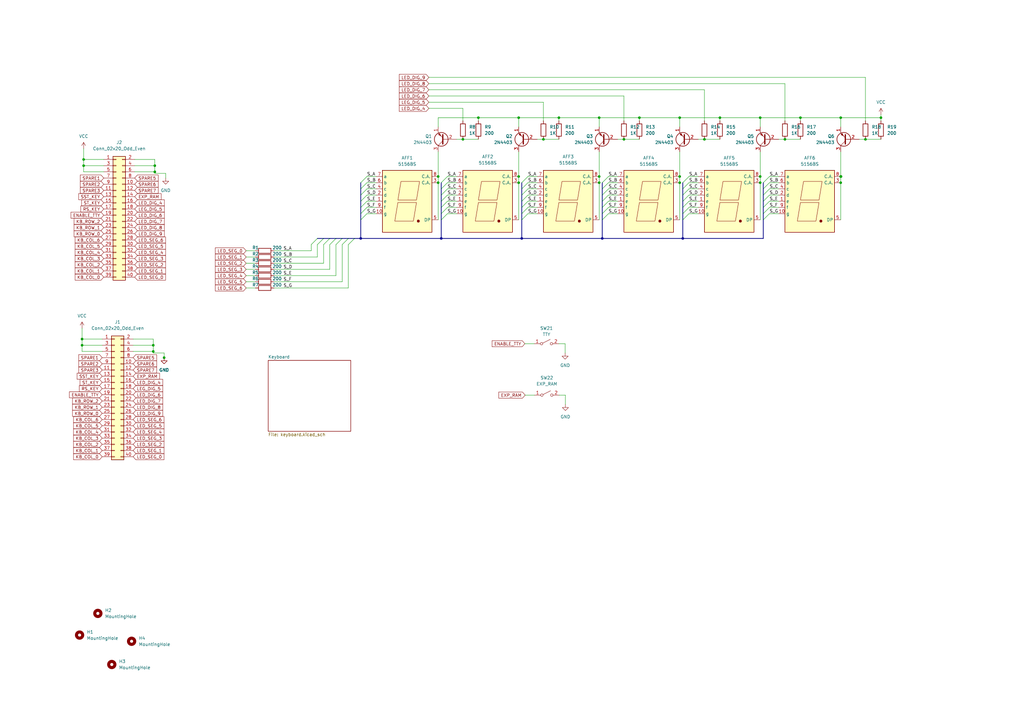
<source format=kicad_sch>
(kicad_sch (version 20211123) (generator eeschema)
  (paper "A3")
  (lib_symbols
    (symbol "Connector_Generic:Conn_02x20_Odd_Even" (pin_names (offset 1.016) hide)
      (property "Reference" "J" (at 1.27 25.4 0))
      (property "Value" "Conn_02x20_Odd_Even" (at 1.27 -27.94 0))
      (symbol "Conn_02x20_Odd_Even_1_1"
        (rectangle (start -1.27 -25.273) (end 0 -25.527) (stroke (width 0.1524)))
        (rectangle (start -1.27 -22.733) (end 0 -22.987) (stroke (width 0.1524)))
        (rectangle (start -1.27 -20.193) (end 0 -20.447) (stroke (width 0.1524)))
        (rectangle (start -1.27 -17.653) (end 0 -17.907) (stroke (width 0.1524)))
        (rectangle (start -1.27 -15.113) (end 0 -15.367) (stroke (width 0.1524)))
        (rectangle (start -1.27 -12.573) (end 0 -12.827) (stroke (width 0.1524)))
        (rectangle (start -1.27 -10.033) (end 0 -10.287) (stroke (width 0.1524)))
        (rectangle (start -1.27 -7.493) (end 0 -7.747) (stroke (width 0.1524)))
        (rectangle (start -1.27 -4.953) (end 0 -5.207) (stroke (width 0.1524)))
        (rectangle (start -1.27 -2.413) (end 0 -2.667) (stroke (width 0.1524)))
        (rectangle (start -1.27 0.127) (end 0 -0.127) (stroke (width 0.1524)))
        (rectangle (start -1.27 2.667) (end 0 2.413) (stroke (width 0.1524)))
        (rectangle (start -1.27 5.207) (end 0 4.953) (stroke (width 0.1524)))
        (rectangle (start -1.27 7.747) (end 0 7.493) (stroke (width 0.1524)))
        (rectangle (start -1.27 10.287) (end 0 10.033) (stroke (width 0.1524)))
        (rectangle (start -1.27 12.827) (end 0 12.573) (stroke (width 0.1524)))
        (rectangle (start -1.27 15.367) (end 0 15.113) (stroke (width 0.1524)))
        (rectangle (start -1.27 17.907) (end 0 17.653) (stroke (width 0.1524)))
        (rectangle (start -1.27 20.447) (end 0 20.193) (stroke (width 0.1524)))
        (rectangle (start -1.27 22.987) (end 0 22.733) (stroke (width 0.1524)))
        (rectangle (start -1.27 24.13) (end 3.81 -26.67) (stroke (width 0.254)) (fill (type background)))
        (rectangle (start 3.81 -25.273) (end 2.54 -25.527) (stroke (width 0.1524)))
        (rectangle (start 3.81 -22.733) (end 2.54 -22.987) (stroke (width 0.1524)))
        (rectangle (start 3.81 -20.193) (end 2.54 -20.447) (stroke (width 0.1524)))
        (rectangle (start 3.81 -17.653) (end 2.54 -17.907) (stroke (width 0.1524)))
        (rectangle (start 3.81 -15.113) (end 2.54 -15.367) (stroke (width 0.1524)))
        (rectangle (start 3.81 -12.573) (end 2.54 -12.827) (stroke (width 0.1524)))
        (rectangle (start 3.81 -10.033) (end 2.54 -10.287) (stroke (width 0.1524)))
        (rectangle (start 3.81 -7.493) (end 2.54 -7.747) (stroke (width 0.1524)))
        (rectangle (start 3.81 -4.953) (end 2.54 -5.207) (stroke (width 0.1524)))
        (rectangle (start 3.81 -2.413) (end 2.54 -2.667) (stroke (width 0.1524)))
        (rectangle (start 3.81 0.127) (end 2.54 -0.127) (stroke (width 0.1524)))
        (rectangle (start 3.81 2.667) (end 2.54 2.413) (stroke (width 0.1524)))
        (rectangle (start 3.81 5.207) (end 2.54 4.953) (stroke (width 0.1524)))
        (rectangle (start 3.81 7.747) (end 2.54 7.493) (stroke (width 0.1524)))
        (rectangle (start 3.81 10.287) (end 2.54 10.033) (stroke (width 0.1524)))
        (rectangle (start 3.81 12.827) (end 2.54 12.573) (stroke (width 0.1524)))
        (rectangle (start 3.81 15.367) (end 2.54 15.113) (stroke (width 0.1524)))
        (rectangle (start 3.81 17.907) (end 2.54 17.653) (stroke (width 0.1524)))
        (rectangle (start 3.81 20.447) (end 2.54 20.193) (stroke (width 0.1524)))
        (rectangle (start 3.81 22.987) (end 2.54 22.733) (stroke (width 0.1524)))
        (pin passive line (at -5.08 22.86 0) (length 3.81) (name "Pin_1") (number "1"))
        (pin passive line (at 7.62 12.7 180) (length 3.81) (name "Pin_10") (number "10"))
        (pin passive line (at -5.08 10.16 0) (length 3.81) (name "Pin_11") (number "11"))
        (pin passive line (at 7.62 10.16 180) (length 3.81) (name "Pin_12") (number "12"))
        (pin passive line (at -5.08 7.62 0) (length 3.81) (name "Pin_13") (number "13"))
        (pin passive line (at 7.62 7.62 180) (length 3.81) (name "Pin_14") (number "14"))
        (pin passive line (at -5.08 5.08 0) (length 3.81) (name "Pin_15") (number "15"))
        (pin passive line (at 7.62 5.08 180) (length 3.81) (name "Pin_16") (number "16"))
        (pin passive line (at -5.08 2.54 0) (length 3.81) (name "Pin_17") (number "17"))
        (pin passive line (at 7.62 2.54 180) (length 3.81) (name "Pin_18") (number "18"))
        (pin passive line (at -5.08 0 0) (length 3.81) (name "Pin_19") (number "19"))
        (pin passive line (at 7.62 22.86 180) (length 3.81) (name "Pin_2") (number "2"))
        (pin passive line (at 7.62 0 180) (length 3.81) (name "Pin_20") (number "20"))
        (pin passive line (at -5.08 -2.54 0) (length 3.81) (name "Pin_21") (number "21"))
        (pin passive line (at 7.62 -2.54 180) (length 3.81) (name "Pin_22") (number "22"))
        (pin passive line (at -5.08 -5.08 0) (length 3.81) (name "Pin_23") (number "23"))
        (pin passive line (at 7.62 -5.08 180) (length 3.81) (name "Pin_24") (number "24"))
        (pin passive line (at -5.08 -7.62 0) (length 3.81) (name "Pin_25") (number "25"))
        (pin passive line (at 7.62 -7.62 180) (length 3.81) (name "Pin_26") (number "26"))
        (pin passive line (at -5.08 -10.16 0) (length 3.81) (name "Pin_27") (number "27"))
        (pin passive line (at 7.62 -10.16 180) (length 3.81) (name "Pin_28") (number "28"))
        (pin passive line (at -5.08 -12.7 0) (length 3.81) (name "Pin_29") (number "29"))
        (pin passive line (at -5.08 20.32 0) (length 3.81) (name "Pin_3") (number "3"))
        (pin passive line (at 7.62 -12.7 180) (length 3.81) (name "Pin_30") (number "30"))
        (pin passive line (at -5.08 -15.24 0) (length 3.81) (name "Pin_31") (number "31"))
        (pin passive line (at 7.62 -15.24 180) (length 3.81) (name "Pin_32") (number "32"))
        (pin passive line (at -5.08 -17.78 0) (length 3.81) (name "Pin_33") (number "33"))
        (pin passive line (at 7.62 -17.78 180) (length 3.81) (name "Pin_34") (number "34"))
        (pin passive line (at -5.08 -20.32 0) (length 3.81) (name "Pin_35") (number "35"))
        (pin passive line (at 7.62 -20.32 180) (length 3.81) (name "Pin_36") (number "36"))
        (pin passive line (at -5.08 -22.86 0) (length 3.81) (name "Pin_37") (number "37"))
        (pin passive line (at 7.62 -22.86 180) (length 3.81) (name "Pin_38") (number "38"))
        (pin passive line (at -5.08 -25.4 0) (length 3.81) (name "Pin_39") (number "39"))
        (pin passive line (at 7.62 20.32 180) (length 3.81) (name "Pin_4") (number "4"))
        (pin passive line (at 7.62 -25.4 180) (length 3.81) (name "Pin_40") (number "40"))
        (pin passive line (at -5.08 17.78 0) (length 3.81) (name "Pin_5") (number "5"))
        (pin passive line (at 7.62 17.78 180) (length 3.81) (name "Pin_6") (number "6"))
        (pin passive line (at -5.08 15.24 0) (length 3.81) (name "Pin_7") (number "7"))
        (pin passive line (at 7.62 15.24 180) (length 3.81) (name "Pin_8") (number "8"))
        (pin passive line (at -5.08 12.7 0) (length 3.81) (name "Pin_9") (number "9"))
      )
    )
    (symbol "Device:R" (pin_numbers hide) (pin_names (offset 0))
      (property "Reference" "R" (at 2.032 0 90))
      (property "Value" "R" (at 0 0 90))
      (symbol "R_0_1"
        (rectangle (start -1.016 -2.54) (end 1.016 2.54) (stroke (width 0.254)))
      )
      (symbol "R_1_1"
        (pin passive line (at 0 3.81 270) (length 1.27) (name "~") (number "1"))
        (pin passive line (at 0 -3.81 90) (length 1.27) (name "~") (number "2"))
      )
    )
    (symbol "Display_Character:LTS-6960HR"
      (property "Reference" "AFF" (at -7.874 13.97 0))
      (property "Value" "LTS-6960HR" (at -2.032 13.97 0))
      (symbol "LTS-6960HR_0_1"
        (rectangle (start -10.16 12.7) (end 10.16 -12.7) (stroke (width 0.254)) (fill (type background)))
        (polyline (pts (xy -3.81 -0.508) (xy 3.81 -0.508) (xy 2.54 -8.128) (xy -5.08 -8.128) (xy -3.81 -0.508) (xy -3.81 -0.508)))
        (polyline (pts (xy -2.54 8.128) (xy 5.08 8.128) (xy 3.81 0.508) (xy -3.81 0.508) (xy -2.54 8.128) (xy -2.54 8.128)))
        (circle (center 4.572 -8.128) (radius 0.508) (fill (type outline)))
      )
      (symbol "LTS-6960HR_1_1"
        (pin passive line (at -12.7 0 0) (length 2.54) (name "e") (number "1"))
        (pin passive line (at -12.7 -5.08 0) (length 2.54) (name "g") (number "10"))
        (pin passive line (at -12.7 2.54 0) (length 2.54) (name "d") (number "2"))
        (pin passive line (at 12.7 7.62 180) (length 2.54) (name "C.A.") (number "3"))
        (pin passive line (at -12.7 5.08 0) (length 2.54) (name "c") (number "4"))
        (pin passive line (at 12.7 -7.62 180) (length 2.54) (name "DP") (number "5"))
        (pin passive line (at -12.7 7.62 0) (length 2.54) (name "b") (number "6"))
        (pin passive line (at -12.7 10.16 0) (length 2.54) (name "a") (number "7"))
        (pin passive line (at 12.7 10.16 180) (length 2.54) (name "C.A.") (number "8"))
        (pin passive line (at -12.7 -2.54 0) (length 2.54) (name "f") (number "9"))
      )
    )
    (symbol "Mechanical:MountingHole" (pin_names (offset 1.016))
      (property "Reference" "H" (at 0 5.08 0))
      (property "Value" "MountingHole" (at 0 3.175 0))
      (symbol "MountingHole_0_1"
        (circle (center 0 0) (radius 1.27) (stroke (width 1.27)))
      )
    )
    (symbol "Switch:SW_SPST" (pin_names (offset 0) hide)
      (property "Reference" "SW" (at 0 3.175 0))
      (property "Value" "SW_SPST" (at 0 -2.54 0))
      (symbol "SW_SPST_0_0"
        (circle (center -2.032 0) (radius 0.508))
        (polyline (pts (xy -1.524 0.254) (xy 1.524 1.778)))
        (circle (center 2.032 0) (radius 0.508))
      )
      (symbol "SW_SPST_1_1"
        (pin passive line (at -5.08 0 0) (length 2.54) (name "A") (number "1"))
        (pin passive line (at 5.08 0 180) (length 2.54) (name "B") (number "2"))
      )
    )
    (symbol "Transistor_BJT:MPSA92" (pin_names (offset 1.016) hide)
      (property "Reference" "Q" (at 5.08 1.905 0))
      (property "Value" "MPSA92" (at 5.08 0 0))
      (symbol "MPSA92_0_1"
        (polyline (pts (xy 0 0) (xy 0.635 0)))
        (polyline (pts (xy 2.54 -2.54) (xy 0.635 -0.635)))
        (polyline (pts (xy 2.54 2.54) (xy 0.635 0.635)))
        (polyline (pts (xy 0.635 1.905) (xy 0.635 -1.905) (xy 0.635 -1.905)) (stroke (width 0.508)) (fill (type outline)))
        (polyline (pts (xy 1.905 -2.413) (xy 2.413 -1.905) (xy 1.397 -1.397) (xy 1.905 -2.413) (xy 1.905 -2.413)) (fill (type outline)))
        (circle (center 1.27 0) (radius 2.8194) (stroke (width 0.254)))
      )
      (symbol "MPSA92_1_1"
        (pin passive line (at 2.54 -5.08 90) (length 2.54) (name "E") (number "1"))
        (pin input line (at -5.08 0 0) (length 5.08) (name "B") (number "2"))
        (pin passive line (at 2.54 5.08 270) (length 2.54) (name "C") (number "3"))
      )
    )
    (symbol "power:GND" (power) (pin_names (offset 0))
      (property "Value" "GND" (at 0 -3.81 0))
      (symbol "GND_0_1"
        (polyline (pts (xy 0 0) (xy 0 -1.27) (xy 1.27 -1.27) (xy 0 -2.54) (xy -1.27 -1.27) (xy 0 -1.27)))
      )
      (symbol "GND_1_1"
        (pin power_in line (at 0 0 270) (length 0) hide (name "GND") (number "1"))
      )
    )
    (symbol "power:VCC" (power) (pin_names (offset 0))
      (property "Value" "VCC" (at 0 3.81 0))
      (symbol "VCC_0_1"
        (polyline (pts (xy -0.762 1.27) (xy 0 2.54)))
        (polyline (pts (xy 0 0) (xy 0 2.54)))
        (polyline (pts (xy 0 2.54) (xy 0.762 1.27)))
      )
      (symbol "VCC_1_1"
        (pin power_in line (at 0 0 90) (length 0) hide (name "VCC") (number "1"))
      )
    )
  )
  (junction (at 344.805 74.93))
  (junction (at 344.805 48.26))
  (junction (at 180.975 97.79))
  (junction (at 33.655 141.605))
  (junction (at 288.925 57.15))
  (junction (at 62.865 141.605))
  (junction (at 328.295 48.26))
  (junction (at 321.945 57.15))
  (junction (at 189.865 57.15))
  (junction (at 63.5 67.945))
  (junction (at 222.885 57.15))
  (junction (at 295.275 48.26))
  (junction (at 245.745 48.26))
  (junction (at 34.29 65.405))
  (junction (at 311.785 48.26))
  (junction (at 245.745 72.39))
  (junction (at 247.015 97.79))
  (junction (at 278.765 72.39))
  (junction (at 34.29 67.945))
  (junction (at 311.785 72.39))
  (junction (at 280.035 97.79))
  (junction (at 196.215 48.26))
  (junction (at 147.955 97.79))
  (junction (at 344.932 72.39))
  (junction (at 311.785 74.93))
  (junction (at 212.725 72.39))
  (junction (at 229.235 48.26))
  (junction (at 212.725 48.26))
  (junction (at 255.905 57.15))
  (junction (at 179.705 74.93))
  (junction (at 179.705 72.39))
  (junction (at 62.865 144.145))
  (junction (at 262.255 48.26))
  (junction (at 63.5 70.485))
  (junction (at 67.31 146.685))
  (junction (at 278.765 48.26))
  (junction (at 344.805 72.39))
  (junction (at 212.725 74.93))
  (junction (at 213.995 97.79))
  (junction (at 33.655 139.065))
  (junction (at 278.765 74.93))
  (junction (at 245.745 74.93))
  (junction (at 361.315 48.26))
  (junction (at 354.965 57.15))
  (bus_entry (at 147.955 87.63) (size 2.54 -2.54))
  (bus_entry (at 147.955 90.17) (size 2.54 -2.54))
  (bus_entry (at 130.175 100.33) (size 2.54 -2.54))
  (bus_entry (at 313.055 77.47) (size 2.54 -2.54))
  (bus_entry (at 180.975 87.63) (size 2.54 -2.54))
  (bus_entry (at 213.995 82.55) (size 2.54 -2.54))
  (bus_entry (at 180.975 90.17) (size 2.54 -2.54))
  (bus_entry (at 147.955 77.47) (size 2.54 -2.54))
  (bus_entry (at 213.995 87.63) (size 2.54 -2.54))
  (bus_entry (at 137.795 100.33) (size 2.54 -2.54))
  (bus_entry (at 280.035 82.55) (size 2.54 -2.54))
  (bus_entry (at 180.975 77.47) (size 2.54 -2.54))
  (bus_entry (at 280.035 90.17) (size 2.54 -2.54))
  (bus_entry (at 280.035 77.47) (size 2.54 -2.54))
  (bus_entry (at 147.955 82.55) (size 2.54 -2.54))
  (bus_entry (at 247.015 85.09) (size 2.54 -2.54))
  (bus_entry (at 313.055 80.01) (size 2.54 -2.54))
  (bus_entry (at 213.995 90.17) (size 2.54 -2.54))
  (bus_entry (at 213.995 77.47) (size 2.54 -2.54))
  (bus_entry (at 147.955 80.01) (size 2.54 -2.54))
  (bus_entry (at 247.015 82.55) (size 2.54 -2.54))
  (bus_entry (at 180.975 74.93) (size 2.54 -2.54))
  (bus_entry (at 247.015 80.01) (size 2.54 -2.54))
  (bus_entry (at 313.055 74.93) (size 2.54 -2.54))
  (bus_entry (at 313.055 90.17) (size 2.54 -2.54))
  (bus_entry (at 247.015 74.93) (size 2.54 -2.54))
  (bus_entry (at 132.715 100.33) (size 2.54 -2.54))
  (bus_entry (at 247.015 77.47) (size 2.54 -2.54))
  (bus_entry (at 127.635 100.33) (size 2.54 -2.54))
  (bus_entry (at 213.995 85.09) (size 2.54 -2.54))
  (bus_entry (at 280.035 80.01) (size 2.54 -2.54))
  (bus_entry (at 140.335 100.33) (size 2.54 -2.54))
  (bus_entry (at 147.955 85.09) (size 2.54 -2.54))
  (bus_entry (at 180.975 85.09) (size 2.54 -2.54))
  (bus_entry (at 280.035 74.93) (size 2.54 -2.54))
  (bus_entry (at 313.055 87.63) (size 2.54 -2.54))
  (bus_entry (at 142.875 100.33) (size 2.54 -2.54))
  (bus_entry (at 135.255 100.33) (size 2.54 -2.54))
  (bus_entry (at 147.955 74.93) (size 2.54 -2.54))
  (bus_entry (at 213.995 80.01) (size 2.54 -2.54))
  (bus_entry (at 247.015 90.17) (size 2.54 -2.54))
  (bus_entry (at 180.975 82.55) (size 2.54 -2.54))
  (bus_entry (at 313.055 85.09) (size 2.54 -2.54))
  (bus_entry (at 213.995 74.93) (size 2.54 -2.54))
  (bus_entry (at 280.035 85.09) (size 2.54 -2.54))
  (bus_entry (at 280.035 87.63) (size 2.54 -2.54))
  (bus_entry (at 180.975 80.01) (size 2.54 -2.54))
  (bus_entry (at 247.015 87.63) (size 2.54 -2.54))
  (bus_entry (at 313.055 82.55) (size 2.54 -2.54))
  (wire (pts (xy 249.555 77.47) (xy 253.365 77.47)))
  (bus (pts (xy 247.015 97.79) (xy 280.035 97.79)))
  (wire (pts (xy 67.945 71.12) (xy 67.945 73.025)))
  (wire (pts (xy 315.595 74.93) (xy 319.405 74.93)))
  (wire (pts (xy 215.265 140.97) (xy 219.075 140.97)))
  (bus (pts (xy 132.715 97.79) (xy 135.255 97.79)))
  (wire (pts (xy 112.395 105.41) (xy 130.175 105.41)))
  (bus (pts (xy 213.995 87.63) (xy 213.995 90.17)))
  (wire (pts (xy 55.245 67.945) (xy 63.5 67.945)))
  (bus (pts (xy 180.975 90.17) (xy 180.975 97.79)))
  (wire (pts (xy 231.902 162.052) (xy 231.902 165.862)))
  (wire (pts (xy 282.575 77.47) (xy 286.385 77.47)))
  (wire (pts (xy 179.705 48.26) (xy 179.705 52.07)))
  (wire (pts (xy 215.392 162.052) (xy 219.202 162.052)))
  (wire (pts (xy 175.895 44.45) (xy 189.865 44.45)))
  (wire (pts (xy 183.515 74.93) (xy 187.325 74.93)))
  (wire (pts (xy 212.725 48.26) (xy 212.725 52.07)))
  (wire (pts (xy 319.405 57.15) (xy 321.945 57.15)))
  (wire (pts (xy 262.255 48.26) (xy 262.255 49.53)))
  (bus (pts (xy 247.015 74.93) (xy 247.015 77.47)))
  (wire (pts (xy 288.925 36.83) (xy 288.925 49.53)))
  (bus (pts (xy 313.055 77.47) (xy 313.055 80.01)))
  (wire (pts (xy 34.29 65.405) (xy 42.545 65.405)))
  (bus (pts (xy 137.795 97.79) (xy 140.335 97.79)))
  (wire (pts (xy 249.555 82.55) (xy 253.365 82.55)))
  (wire (pts (xy 183.515 87.63) (xy 187.325 87.63)))
  (wire (pts (xy 361.315 46.99) (xy 361.315 48.26)))
  (wire (pts (xy 33.655 144.145) (xy 41.91 144.145)))
  (wire (pts (xy 175.895 36.83) (xy 288.925 36.83)))
  (wire (pts (xy 130.175 105.41) (xy 130.175 100.33)))
  (wire (pts (xy 295.275 48.26) (xy 278.765 48.26)))
  (wire (pts (xy 175.895 34.29) (xy 321.945 34.29)))
  (wire (pts (xy 282.575 85.09) (xy 286.385 85.09)))
  (wire (pts (xy 321.945 34.29) (xy 321.945 49.53)))
  (wire (pts (xy 33.655 141.605) (xy 41.91 141.605)))
  (wire (pts (xy 142.875 118.11) (xy 142.875 100.33)))
  (wire (pts (xy 352.425 57.15) (xy 354.965 57.15)))
  (bus (pts (xy 180.975 77.47) (xy 180.975 80.01)))
  (wire (pts (xy 231.775 140.97) (xy 231.775 144.78)))
  (wire (pts (xy 216.535 80.01) (xy 220.345 80.01)))
  (wire (pts (xy 100.965 105.41) (xy 104.775 105.41)))
  (wire (pts (xy 189.865 44.45) (xy 189.865 49.53)))
  (bus (pts (xy 313.055 80.01) (xy 313.055 82.55)))
  (bus (pts (xy 280.035 97.79) (xy 313.055 97.79)))
  (wire (pts (xy 67.31 144.78) (xy 67.31 146.685)))
  (wire (pts (xy 262.255 48.26) (xy 245.745 48.26)))
  (wire (pts (xy 282.575 87.63) (xy 286.385 87.63)))
  (wire (pts (xy 34.29 70.485) (xy 42.545 70.485)))
  (wire (pts (xy 249.555 87.63) (xy 253.365 87.63)))
  (wire (pts (xy 282.575 80.01) (xy 286.385 80.01)))
  (bus (pts (xy 147.955 74.93) (xy 147.955 77.47)))
  (bus (pts (xy 180.975 87.63) (xy 180.975 90.17)))
  (wire (pts (xy 315.595 87.63) (xy 319.405 87.63)))
  (wire (pts (xy 175.895 39.37) (xy 255.905 39.37)))
  (wire (pts (xy 229.235 48.26) (xy 212.725 48.26)))
  (wire (pts (xy 253.365 57.15) (xy 255.905 57.15)))
  (wire (pts (xy 34.29 67.945) (xy 42.545 67.945)))
  (wire (pts (xy 245.745 48.26) (xy 229.235 48.26)))
  (wire (pts (xy 132.715 107.95) (xy 132.715 100.33)))
  (bus (pts (xy 180.975 74.93) (xy 180.975 77.47)))
  (wire (pts (xy 183.515 82.55) (xy 187.325 82.55)))
  (wire (pts (xy 344.805 48.26) (xy 328.295 48.26)))
  (wire (pts (xy 179.705 74.93) (xy 179.705 90.17)))
  (wire (pts (xy 286.385 57.15) (xy 288.925 57.15)))
  (wire (pts (xy 249.555 85.09) (xy 253.365 85.09)))
  (bus (pts (xy 313.055 82.55) (xy 313.055 85.09)))
  (wire (pts (xy 55.245 65.405) (xy 63.5 65.405)))
  (bus (pts (xy 180.975 80.01) (xy 180.975 82.55)))
  (wire (pts (xy 354.965 57.15) (xy 361.315 57.15)))
  (wire (pts (xy 137.795 113.03) (xy 137.795 100.33)))
  (wire (pts (xy 311.785 72.39) (xy 311.785 74.93)))
  (wire (pts (xy 315.595 82.55) (xy 319.405 82.55)))
  (wire (pts (xy 216.535 72.39) (xy 220.345 72.39)))
  (wire (pts (xy 249.555 74.93) (xy 253.365 74.93)))
  (bus (pts (xy 147.955 85.09) (xy 147.955 87.63)))
  (wire (pts (xy 183.515 77.47) (xy 187.325 77.47)))
  (wire (pts (xy 54.61 141.605) (xy 62.865 141.605)))
  (wire (pts (xy 140.335 100.33) (xy 140.335 115.57)))
  (wire (pts (xy 150.495 85.09) (xy 154.305 85.09)))
  (wire (pts (xy 245.745 48.26) (xy 245.745 52.07)))
  (wire (pts (xy 33.655 134.62) (xy 33.655 139.065)))
  (wire (pts (xy 196.215 48.26) (xy 179.705 48.26)))
  (wire (pts (xy 282.575 72.39) (xy 286.385 72.39)))
  (bus (pts (xy 280.035 85.09) (xy 280.035 87.63)))
  (wire (pts (xy 311.785 74.93) (xy 311.785 90.17)))
  (wire (pts (xy 189.865 57.15) (xy 196.215 57.15)))
  (bus (pts (xy 313.055 87.63) (xy 313.055 90.17)))
  (wire (pts (xy 278.765 48.26) (xy 278.765 52.07)))
  (bus (pts (xy 247.015 80.01) (xy 247.015 82.55)))
  (wire (pts (xy 229.235 48.26) (xy 229.235 49.53)))
  (wire (pts (xy 212.725 62.23) (xy 212.725 72.39)))
  (wire (pts (xy 34.29 67.945) (xy 34.29 70.485)))
  (wire (pts (xy 150.495 74.93) (xy 154.305 74.93)))
  (wire (pts (xy 311.785 62.23) (xy 311.785 72.39)))
  (wire (pts (xy 282.575 82.55) (xy 286.385 82.55)))
  (wire (pts (xy 315.595 80.01) (xy 319.405 80.01)))
  (wire (pts (xy 278.765 48.26) (xy 262.255 48.26)))
  (wire (pts (xy 278.765 74.93) (xy 278.765 90.17)))
  (wire (pts (xy 282.575 74.93) (xy 286.385 74.93)))
  (wire (pts (xy 255.905 57.15) (xy 262.255 57.15)))
  (wire (pts (xy 216.535 82.55) (xy 220.345 82.55)))
  (bus (pts (xy 213.995 85.09) (xy 213.995 87.63)))
  (wire (pts (xy 321.945 57.15) (xy 328.295 57.15)))
  (bus (pts (xy 280.035 87.63) (xy 280.035 90.17)))
  (bus (pts (xy 142.875 97.79) (xy 145.415 97.79)))
  (bus (pts (xy 247.015 82.55) (xy 247.015 85.09)))
  (bus (pts (xy 135.255 97.79) (xy 137.795 97.79)))
  (wire (pts (xy 150.495 80.01) (xy 154.305 80.01)))
  (bus (pts (xy 247.015 85.09) (xy 247.015 87.63)))
  (wire (pts (xy 354.965 31.75) (xy 354.965 49.53)))
  (wire (pts (xy 344.805 72.39) (xy 344.805 74.93)))
  (wire (pts (xy 229.235 140.97) (xy 231.775 140.97)))
  (bus (pts (xy 147.955 97.79) (xy 180.975 97.79)))
  (wire (pts (xy 33.655 139.065) (xy 33.655 141.605)))
  (wire (pts (xy 315.595 77.47) (xy 319.405 77.47)))
  (wire (pts (xy 112.395 118.11) (xy 142.875 118.11)))
  (wire (pts (xy 288.925 57.15) (xy 295.275 57.15)))
  (bus (pts (xy 213.995 74.93) (xy 213.995 77.47)))
  (wire (pts (xy 311.785 48.26) (xy 295.275 48.26)))
  (bus (pts (xy 213.995 77.47) (xy 213.995 80.01)))
  (bus (pts (xy 180.975 97.79) (xy 213.995 97.79)))
  (bus (pts (xy 180.975 85.09) (xy 180.975 87.63)))
  (wire (pts (xy 222.885 41.91) (xy 222.885 49.53)))
  (wire (pts (xy 249.555 80.01) (xy 253.365 80.01)))
  (wire (pts (xy 245.745 74.93) (xy 245.745 90.17)))
  (wire (pts (xy 311.785 48.26) (xy 311.785 52.07)))
  (wire (pts (xy 295.275 48.26) (xy 295.275 49.53)))
  (wire (pts (xy 100.965 107.95) (xy 104.775 107.95)))
  (bus (pts (xy 147.955 90.17) (xy 147.955 97.79)))
  (wire (pts (xy 100.965 102.87) (xy 104.775 102.87)))
  (wire (pts (xy 150.495 87.63) (xy 154.305 87.63)))
  (wire (pts (xy 361.315 49.53) (xy 361.315 48.26)))
  (wire (pts (xy 63.5 65.405) (xy 63.5 67.945)))
  (wire (pts (xy 112.395 113.03) (xy 137.795 113.03)))
  (wire (pts (xy 212.725 48.26) (xy 196.215 48.26)))
  (wire (pts (xy 361.315 48.26) (xy 344.805 48.26)))
  (wire (pts (xy 344.805 74.93) (xy 344.805 90.17)))
  (bus (pts (xy 247.015 87.63) (xy 247.015 90.17)))
  (wire (pts (xy 179.705 62.23) (xy 179.705 72.39)))
  (wire (pts (xy 183.515 80.01) (xy 187.325 80.01)))
  (wire (pts (xy 222.885 57.15) (xy 229.235 57.15)))
  (wire (pts (xy 212.725 74.93) (xy 212.725 90.17)))
  (wire (pts (xy 245.745 62.23) (xy 245.745 72.39)))
  (bus (pts (xy 280.035 74.93) (xy 280.035 77.47)))
  (wire (pts (xy 33.655 139.065) (xy 41.91 139.065)))
  (bus (pts (xy 280.035 80.01) (xy 280.035 82.55)))
  (bus (pts (xy 247.015 90.17) (xy 247.015 97.79)))
  (wire (pts (xy 33.655 141.605) (xy 33.655 144.145)))
  (wire (pts (xy 229.362 162.052) (xy 231.902 162.052)))
  (wire (pts (xy 100.965 118.11) (xy 104.775 118.11)))
  (bus (pts (xy 147.955 77.47) (xy 147.955 80.01)))
  (bus (pts (xy 280.035 82.55) (xy 280.035 85.09)))
  (bus (pts (xy 313.055 85.09) (xy 313.055 87.63)))
  (wire (pts (xy 216.535 87.63) (xy 220.345 87.63)))
  (wire (pts (xy 220.345 57.15) (xy 222.885 57.15)))
  (wire (pts (xy 150.495 72.39) (xy 154.305 72.39)))
  (wire (pts (xy 278.765 72.39) (xy 278.765 74.93)))
  (bus (pts (xy 280.035 77.47) (xy 280.035 80.01)))
  (wire (pts (xy 63.5 71.12) (xy 67.945 71.12)))
  (wire (pts (xy 62.865 139.065) (xy 62.865 141.605)))
  (wire (pts (xy 34.29 65.405) (xy 34.29 67.945)))
  (wire (pts (xy 183.515 72.39) (xy 187.325 72.39)))
  (wire (pts (xy 135.255 110.49) (xy 135.255 100.33)))
  (bus (pts (xy 247.015 77.47) (xy 247.015 80.01)))
  (wire (pts (xy 54.61 139.065) (xy 62.865 139.065)))
  (wire (pts (xy 179.705 72.39) (xy 179.705 74.93)))
  (bus (pts (xy 280.035 90.17) (xy 280.035 97.79)))
  (wire (pts (xy 112.395 110.49) (xy 135.255 110.49)))
  (bus (pts (xy 213.995 90.17) (xy 213.995 97.79)))
  (bus (pts (xy 213.995 82.55) (xy 213.995 85.09)))
  (wire (pts (xy 315.595 72.39) (xy 319.405 72.39)))
  (wire (pts (xy 328.295 48.26) (xy 311.785 48.26)))
  (bus (pts (xy 313.055 74.93) (xy 313.055 77.47)))
  (wire (pts (xy 62.865 141.605) (xy 62.865 144.145)))
  (bus (pts (xy 313.055 90.17) (xy 313.055 97.79)))
  (wire (pts (xy 328.295 48.26) (xy 328.295 49.53)))
  (bus (pts (xy 145.415 97.79) (xy 147.955 97.79)))
  (wire (pts (xy 63.5 70.485) (xy 63.5 71.12)))
  (wire (pts (xy 245.745 72.39) (xy 245.745 74.93)))
  (bus (pts (xy 140.335 97.79) (xy 142.875 97.79)))
  (wire (pts (xy 150.495 82.55) (xy 154.305 82.55)))
  (wire (pts (xy 100.965 113.03) (xy 104.775 113.03)))
  (wire (pts (xy 216.535 85.09) (xy 220.345 85.09)))
  (wire (pts (xy 183.515 85.09) (xy 187.325 85.09)))
  (wire (pts (xy 344.805 62.23) (xy 344.805 72.39)))
  (bus (pts (xy 147.955 82.55) (xy 147.955 85.09)))
  (bus (pts (xy 213.995 80.01) (xy 213.995 82.55)))
  (wire (pts (xy 112.395 115.57) (xy 140.335 115.57)))
  (bus (pts (xy 180.975 82.55) (xy 180.975 85.09)))
  (wire (pts (xy 62.865 144.78) (xy 67.31 144.78)))
  (wire (pts (xy 278.765 62.23) (xy 278.765 72.39)))
  (wire (pts (xy 55.245 70.485) (xy 63.5 70.485)))
  (wire (pts (xy 344.805 48.26) (xy 344.805 52.07)))
  (wire (pts (xy 34.29 60.96) (xy 34.29 65.405)))
  (wire (pts (xy 255.905 39.37) (xy 255.905 49.53)))
  (wire (pts (xy 344.805 72.39) (xy 344.932 72.39)))
  (wire (pts (xy 315.595 85.09) (xy 319.405 85.09)))
  (wire (pts (xy 127.635 102.87) (xy 127.635 100.33)))
  (bus (pts (xy 147.955 87.63) (xy 147.955 90.17)))
  (bus (pts (xy 213.995 97.79) (xy 247.015 97.79)))
  (wire (pts (xy 112.395 107.95) (xy 132.715 107.95)))
  (wire (pts (xy 54.61 144.145) (xy 62.865 144.145)))
  (wire (pts (xy 187.325 57.15) (xy 189.865 57.15)))
  (wire (pts (xy 63.5 67.945) (xy 63.5 70.485)))
  (wire (pts (xy 249.555 72.39) (xy 253.365 72.39)))
  (wire (pts (xy 112.395 102.87) (xy 127.635 102.87)))
  (wire (pts (xy 216.535 74.93) (xy 220.345 74.93)))
  (bus (pts (xy 130.175 97.79) (xy 132.715 97.79)))
  (wire (pts (xy 62.865 144.145) (xy 62.865 144.78)))
  (wire (pts (xy 212.725 72.39) (xy 212.725 74.93)))
  (wire (pts (xy 175.895 41.91) (xy 222.885 41.91)))
  (wire (pts (xy 100.965 110.49) (xy 104.775 110.49)))
  (wire (pts (xy 196.215 48.26) (xy 196.215 49.53)))
  (wire (pts (xy 175.895 31.75) (xy 354.965 31.75)))
  (bus (pts (xy 147.955 80.01) (xy 147.955 82.55)))
  (wire (pts (xy 216.535 77.47) (xy 220.345 77.47)))
  (wire (pts (xy 150.495 77.47) (xy 154.305 77.47)))
  (wire (pts (xy 100.965 115.57) (xy 104.775 115.57)))
  (label "S_A" (at 282.575 72.39 0))
  (label "S_F" (at 315.595 85.09 0))
  (label "S_B" (at 282.575 74.93 0))
  (label "S_C" (at 150.495 77.47 0))
  (label "S_G" (at 282.575 87.63 0))
  (label "S_D" (at 150.495 80.01 0))
  (label "S_D" (at 216.535 80.01 0))
  (label "S_G" (at 116.205 118.11 0))
  (label "S_E" (at 216.535 82.55 0))
  (label "S_C" (at 249.555 77.47 0))
  (label "S_E" (at 315.595 82.55 0))
  (label "S_D" (at 315.595 80.01 0))
  (label "S_G" (at 183.515 87.63 0))
  (label "S_E" (at 150.495 82.55 0))
  (label "S_D" (at 183.515 80.01 0))
  (label "S_D" (at 282.575 80.01 0))
  (label "S_A" (at 216.535 72.39 0))
  (label "S_A" (at 249.555 72.39 0))
  (label "S_F" (at 116.205 115.57 0))
  (label "S_F" (at 216.535 85.09 0))
  (label "S_B" (at 116.205 105.41 0))
  (label "S_G" (at 249.555 87.63 0))
  (label "S_B" (at 183.515 74.93 0))
  (label "S_C" (at 315.595 77.47 0))
  (label "S_B" (at 150.495 74.93 0))
  (label "S_C" (at 183.515 77.47 0))
  (label "S_C" (at 282.575 77.47 0))
  (label "S_F" (at 249.555 85.09 0))
  (label "S_E" (at 183.515 82.55 0))
  (label "S_G" (at 315.595 87.63 0))
  (label "S_F" (at 183.515 85.09 0))
  (label "S_F" (at 150.495 85.09 0))
  (label "S_E" (at 282.575 82.55 0))
  (label "S_B" (at 249.555 74.93 0))
  (label "S_B" (at 315.595 74.93 0))
  (label "S_G" (at 150.495 87.63 0))
  (label "S_F" (at 282.575 85.09 0))
  (label "S_G" (at 216.535 87.63 0))
  (label "S_E" (at 116.205 113.03 0))
  (label "S_E" (at 249.555 82.55 0))
  (label "S_A" (at 315.595 72.39 0))
  (label "S_C" (at 116.205 107.95 0))
  (label "S_D" (at 116.205 110.49 0))
  (label "S_D" (at 249.555 80.01 0))
  (label "S_A" (at 150.495 72.39 0))
  (label "S_A" (at 116.205 102.87 0))
  (label "S_A" (at 183.515 72.39 0))
  (label "S_B" (at 216.535 74.93 0))
  (label "S_C" (at 216.535 77.47 0))
  (global_label "LED_SEG_0" (shape input) (at 54.61 187.325 0) (property "Intersheet References" "${INTERSHEET_REFS}" (effects hide)))
  (global_label "KB_COL_6" (shape input) (at 42.545 98.425 180) (property "Intersheet References" "${INTERSHEET_REFS}" (effects hide)))
  (global_label "KB_COL_2" (shape input) (at 42.545 108.585 180) (property "Intersheet References" "${INTERSHEET_REFS}" (effects hide)))
  (global_label "LED_SEG_1" (shape input) (at 54.61 184.785 0) (property "Intersheet References" "${INTERSHEET_REFS}" (effects hide)))
  (global_label "LED_SEG_5" (shape input) (at 55.245 100.965 0) (property "Intersheet References" "${INTERSHEET_REFS}" (effects hide)))
  (global_label "EXP_RAM" (shape input) (at 215.392 162.052 180) (property "Intersheet References" "${INTERSHEET_REFS}" (effects hide)))
  (global_label "LED_DIG_7" (shape input) (at 54.61 164.465 0) (property "Intersheet References" "${INTERSHEET_REFS}" (effects hide)))
  (global_label "KB_COL_2" (shape input) (at 41.91 182.245 180) (property "Intersheet References" "${INTERSHEET_REFS}" (effects hide)))
  (global_label "LED_DIG_6" (shape input) (at 175.895 39.37 180) (property "Intersheet References" "${INTERSHEET_REFS}" (effects hide)))
  (global_label "LED_SEG_1" (shape input) (at 55.245 111.125 0) (property "Intersheet References" "${INTERSHEET_REFS}" (effects hide)))
  (global_label "LED_SEG_0" (shape input) (at 100.965 102.87 180) (property "Intersheet References" "${INTERSHEET_REFS}" (effects hide)))
  (global_label "LED_SEG_6" (shape input) (at 54.61 172.085 0) (property "Intersheet References" "${INTERSHEET_REFS}" (effects hide)))
  (global_label "KB_COL_0" (shape input) (at 41.91 187.325 180) (property "Intersheet References" "${INTERSHEET_REFS}" (effects hide)))
  (global_label "LED_DIG_9" (shape input) (at 175.895 31.75 180) (property "Intersheet References" "${INTERSHEET_REFS}" (effects hide)))
  (global_label "KB_ROW_1" (shape input) (at 41.91 167.005 180) (property "Intersheet References" "${INTERSHEET_REFS}" (effects hide)))
  (global_label "LED_DIG_7" (shape input) (at 55.245 90.805 0) (property "Intersheet References" "${INTERSHEET_REFS}" (effects hide)))
  (global_label "SPARE1" (shape input) (at 42.545 73.025 180) (property "Intersheet References" "${INTERSHEET_REFS}" (effects hide)))
  (global_label "KB_COL_0" (shape input) (at 42.545 113.665 180) (property "Intersheet References" "${INTERSHEET_REFS}" (effects hide)))
  (global_label "LED_DIG_8" (shape input) (at 175.895 34.29 180) (property "Intersheet References" "${INTERSHEET_REFS}" (effects hide)))
  (global_label "KB_ROW_2" (shape input) (at 42.545 90.805 180) (property "Intersheet References" "${INTERSHEET_REFS}" (effects hide)))
  (global_label "LED_DIG_6" (shape input) (at 55.245 88.265 0) (property "Intersheet References" "${INTERSHEET_REFS}" (effects hide)))
  (global_label "LED_DIG_4" (shape input) (at 175.895 44.45 180) (property "Intersheet References" "${INTERSHEET_REFS}" (effects hide)))
  (global_label "SPARE6" (shape input) (at 54.61 149.225 0) (property "Intersheet References" "${INTERSHEET_REFS}" (effects hide)))
  (global_label "LED_SEG_1" (shape input) (at 100.965 105.41 180) (property "Intersheet References" "${INTERSHEET_REFS}" (effects hide)))
  (global_label "KB_COL_5" (shape input) (at 41.91 174.625 180) (property "Intersheet References" "${INTERSHEET_REFS}" (effects hide)))
  (global_label "KB_COL_3" (shape input) (at 41.91 179.705 180) (property "Intersheet References" "${INTERSHEET_REFS}" (effects hide)))
  (global_label "SPARE6" (shape input) (at 55.245 75.565 0) (property "Intersheet References" "${INTERSHEET_REFS}" (effects hide)))
  (global_label "LEG_DIG_5" (shape input) (at 55.245 85.725 0) (property "Intersheet References" "${INTERSHEET_REFS}" (effects hide)))
  (global_label "ENABLE_TTY" (shape input) (at 41.91 161.925 180) (property "Intersheet References" "${INTERSHEET_REFS}" (effects hide)))
  (global_label "LED_DIG_9" (shape input) (at 54.61 169.545 0) (property "Intersheet References" "${INTERSHEET_REFS}" (effects hide)))
  (global_label "LED_SEG_3" (shape input) (at 55.245 106.045 0) (property "Intersheet References" "${INTERSHEET_REFS}" (effects hide)))
  (global_label "LED_SEG_2" (shape input) (at 100.965 107.95 180) (property "Intersheet References" "${INTERSHEET_REFS}" (effects hide)))
  (global_label "LED_DIG_7" (shape input) (at 175.895 36.83 180) (property "Intersheet References" "${INTERSHEET_REFS}" (effects hide)))
  (global_label "LED_SEG_3" (shape input) (at 54.61 179.705 0) (property "Intersheet References" "${INTERSHEET_REFS}" (effects hide)))
  (global_label "LED_SEG_6" (shape input) (at 55.245 98.425 0) (property "Intersheet References" "${INTERSHEET_REFS}" (effects hide)))
  (global_label "SPARE2" (shape input) (at 41.91 149.225 180) (property "Intersheet References" "${INTERSHEET_REFS}" (effects hide)))
  (global_label "KB_COL_1" (shape input) (at 41.91 184.785 180) (property "Intersheet References" "${INTERSHEET_REFS}" (effects hide)))
  (global_label "SPARE2" (shape input) (at 42.545 75.565 180) (property "Intersheet References" "${INTERSHEET_REFS}" (effects hide)))
  (global_label "LED_SEG_4" (shape input) (at 55.245 103.505 0) (property "Intersheet References" "${INTERSHEET_REFS}" (effects hide)))
  (global_label "ENABLE_TTY" (shape input) (at 215.265 140.97 180) (property "Intersheet References" "${INTERSHEET_REFS}" (effects hide)))
  (global_label "EXP_RAM" (shape input) (at 55.245 80.645 0) (property "Intersheet References" "${INTERSHEET_REFS}" (effects hide)))
  (global_label "SPARE1" (shape input) (at 41.91 146.685 180) (property "Intersheet References" "${INTERSHEET_REFS}" (effects hide)))
  (global_label "LED_SEG_5" (shape input) (at 54.61 174.625 0) (property "Intersheet References" "${INTERSHEET_REFS}" (effects hide)))
  (global_label "LED_DIG_8" (shape input) (at 55.245 93.345 0) (property "Intersheet References" "${INTERSHEET_REFS}" (effects hide)))
  (global_label "LED_SEG_3" (shape input) (at 100.965 110.49 180) (property "Intersheet References" "${INTERSHEET_REFS}" (effects hide)))
  (global_label "KB_COL_3" (shape input) (at 42.545 106.045 180) (property "Intersheet References" "${INTERSHEET_REFS}" (effects hide)))
  (global_label "ST_KEY" (shape input) (at 41.91 156.845 180) (property "Intersheet References" "${INTERSHEET_REFS}" (effects hide)))
  (global_label "ENABLE_TTY" (shape input) (at 42.545 88.265 180) (property "Intersheet References" "${INTERSHEET_REFS}" (effects hide)))
  (global_label "SPARE5" (shape input) (at 55.245 73.025 0) (property "Intersheet References" "${INTERSHEET_REFS}" (effects hide)))
  (global_label "SST_KEY" (shape input) (at 41.91 154.305 180) (property "Intersheet References" "${INTERSHEET_REFS}" (effects hide)))
  (global_label "LED_DIG_9" (shape input) (at 55.245 95.885 0) (property "Intersheet References" "${INTERSHEET_REFS}" (effects hide)))
  (global_label "SPARE3" (shape input) (at 42.545 78.105 180) (property "Intersheet References" "${INTERSHEET_REFS}" (effects hide)))
  (global_label "LEG_DIG_5" (shape input) (at 175.895 41.91 180) (property "Intersheet References" "${INTERSHEET_REFS}" (effects hide)))
  (global_label "SPARE5" (shape input) (at 54.61 146.685 0) (property "Intersheet References" "${INTERSHEET_REFS}" (effects hide)))
  (global_label "LED_SEG_2" (shape input) (at 54.61 182.245 0) (property "Intersheet References" "${INTERSHEET_REFS}" (effects hide)))
  (global_label "LED_DIG_4" (shape input) (at 55.245 83.185 0) (property "Intersheet References" "${INTERSHEET_REFS}" (effects hide)))
  (global_label "LED_SEG_6" (shape input) (at 100.965 118.11 180) (property "Intersheet References" "${INTERSHEET_REFS}" (effects hide)))
  (global_label "KB_COL_4" (shape input) (at 42.545 103.505 180) (property "Intersheet References" "${INTERSHEET_REFS}" (effects hide)))
  (global_label "LED_SEG_2" (shape input) (at 55.245 108.585 0) (property "Intersheet References" "${INTERSHEET_REFS}" (effects hide)))
  (global_label "SPARE7" (shape input) (at 55.245 78.105 0) (property "Intersheet References" "${INTERSHEET_REFS}" (effects hide)))
  (global_label "LED_SEG_0" (shape input) (at 55.245 113.665 0) (property "Intersheet References" "${INTERSHEET_REFS}" (effects hide)))
  (global_label "LED_DIG_4" (shape input) (at 54.61 156.845 0) (property "Intersheet References" "${INTERSHEET_REFS}" (effects hide)))
  (global_label "LED_SEG_4" (shape input) (at 100.965 113.03 180) (property "Intersheet References" "${INTERSHEET_REFS}" (effects hide)))
  (global_label "LEG_DIG_5" (shape input) (at 54.61 159.385 0) (property "Intersheet References" "${INTERSHEET_REFS}" (effects hide)))
  (global_label "LED_DIG_8" (shape input) (at 54.61 167.005 0) (property "Intersheet References" "${INTERSHEET_REFS}" (effects hide)))
  (global_label "KB_COL_1" (shape input) (at 42.545 111.125 180) (property "Intersheet References" "${INTERSHEET_REFS}" (effects hide)))
  (global_label "RS_KEY" (shape input) (at 41.91 159.385 180) (property "Intersheet References" "${INTERSHEET_REFS}" (effects hide)))
  (global_label "SPARE3" (shape input) (at 41.91 151.765 180) (property "Intersheet References" "${INTERSHEET_REFS}" (effects hide)))
  (global_label "KB_ROW_0" (shape input) (at 42.545 95.885 180) (property "Intersheet References" "${INTERSHEET_REFS}" (effects hide)))
  (global_label "KB_COL_5" (shape input) (at 42.545 100.965 180) (property "Intersheet References" "${INTERSHEET_REFS}" (effects hide)))
  (global_label "KB_COL_6" (shape input) (at 41.91 172.085 180) (property "Intersheet References" "${INTERSHEET_REFS}" (effects hide)))
  (global_label "SPARE7" (shape input) (at 54.61 151.765 0) (property "Intersheet References" "${INTERSHEET_REFS}" (effects hide)))
  (global_label "EXP_RAM" (shape input) (at 54.61 154.305 0) (property "Intersheet References" "${INTERSHEET_REFS}" (effects hide)))
  (global_label "LED_DIG_6" (shape input) (at 54.61 161.925 0) (property "Intersheet References" "${INTERSHEET_REFS}" (effects hide)))
  (global_label "KB_ROW_2" (shape input) (at 41.91 164.465 180) (property "Intersheet References" "${INTERSHEET_REFS}" (effects hide)))
  (global_label "ST_KEY" (shape input) (at 42.545 83.185 180) (property "Intersheet References" "${INTERSHEET_REFS}" (effects hide)))
  (global_label "RS_KEY" (shape input) (at 42.545 85.725 180) (property "Intersheet References" "${INTERSHEET_REFS}" (effects hide)))
  (global_label "SST_KEY" (shape input) (at 42.545 80.645 180) (property "Intersheet References" "${INTERSHEET_REFS}" (effects hide)))
  (global_label "KB_ROW_1" (shape input) (at 42.545 93.345 180) (property "Intersheet References" "${INTERSHEET_REFS}" (effects hide)))
  (global_label "LED_SEG_5" (shape input) (at 100.965 115.57 180) (property "Intersheet References" "${INTERSHEET_REFS}" (effects hide)))
  (global_label "LED_SEG_4" (shape input) (at 54.61 177.165 0) (property "Intersheet References" "${INTERSHEET_REFS}" (effects hide)))
  (global_label "KB_ROW_0" (shape input) (at 41.91 169.545 180) (property "Intersheet References" "${INTERSHEET_REFS}" (effects hide)))
  (global_label "KB_COL_4" (shape input) (at 41.91 177.165 180) (property "Intersheet References" "${INTERSHEET_REFS}" (effects hide)))
  (symbol (lib_id "Mechanical:MountingHole") (at 32.639 260.477 0) (unit 1)
    (property "Reference" "H1" (at 35.56 259.2069 0) (effects (justify left)))
    (property "Value" "MountingHole" (at 35.56 261.7469 0) (effects (justify left)))
    (property "Footprint" "MountingHole:MountingHole_2.2mm_M2" (effects hide))
  )
  (symbol (lib_id "power:VCC") (at 361.315 46.99 0) (unit 1)
    (property "Reference" "#PWR011" (effects hide))
    (property "Value" "VCC" (at 361.315 41.91 0))
  )
  (symbol (lib_id "power:GND") (at 67.945 73.025 0) (unit 1)
    (property "Reference" "#PWR05" (effects hide))
    (property "Value" "GND" (at 67.945 78.105 0))
  )
  (symbol (lib_id "Transistor_BJT:MPSA92") (at 248.285 57.15 180) (unit 1)
    (property "Reference" "Q3" (at 243.205 55.8799 0) (effects (justify left)))
    (property "Value" "2N4403" (at 243.205 58.4199 0) (effects (justify left)))
    (property "Footprint" "Package_TO_SOT_THT:TO-92_Wide" (effects hide))
    (property "Datasheet" "http://www.onsemi.com/pub_link/Collateral/MPSA92-D.PDF" (effects hide))
  )
  (symbol (lib_id "Transistor_BJT:MPSA92") (at 281.305 57.15 180) (unit 1)
    (property "Reference" "Q4" (at 276.225 55.8799 0) (effects (justify left)))
    (property "Value" "2N4403" (at 276.225 58.4199 0) (effects (justify left)))
    (property "Footprint" "Package_TO_SOT_THT:TO-92_Wide" (effects hide))
    (property "Datasheet" "http://www.onsemi.com/pub_link/Collateral/MPSA92-D.PDF" (effects hide))
  )
  (symbol (lib_id "Display_Character:LTS-6960HR") (at 167.005 82.55 0) (unit 1)
    (property "Reference" "AFF1" (at 167.005 64.77 0))
    (property "Value" "5156BS" (at 167.005 67.31 0))
    (property "Footprint" "Display_7Segment:7SegmentLED_LTS6760_LTS6780" (effects hide))
    (property "Datasheet" "https://datasheet.octopart.com/LTS-6960HR-Lite-On-datasheet-11803242.pdf" (effects hide))
  )
  (symbol (lib_id "Device:R") (at 321.945 53.34 0) (unit 1)
    (property "Reference" "R16" (at 324.485 52.0699 0) (effects (justify left)))
    (property "Value" "1K" (at 324.485 54.6099 0) (effects (justify left)))
    (property "Footprint" "Resistor_THT:R_Axial_DIN0207_L6.3mm_D2.5mm_P7.62mm_Horizontal" (effects hide))
  )
  (symbol (lib_id "Transistor_BJT:MPSA92") (at 347.345 57.15 180) (unit 1)
    (property "Reference" "Q6" (at 342.265 55.8799 0) (effects (justify left)))
    (property "Value" "2N4403" (at 342.265 58.4199 0) (effects (justify left)))
    (property "Footprint" "Package_TO_SOT_THT:TO-92_Wide" (effects hide))
    (property "Datasheet" "http://www.onsemi.com/pub_link/Collateral/MPSA92-D.PDF" (effects hide))
  )
  (symbol (lib_id "Device:R") (at 354.965 53.34 0) (unit 1)
    (property "Reference" "R18" (at 357.505 52.0699 0) (effects (justify left)))
    (property "Value" "1K" (at 357.505 54.6099 0) (effects (justify left)))
    (property "Footprint" "Resistor_THT:R_Axial_DIN0207_L6.3mm_D2.5mm_P7.62mm_Horizontal" (effects hide))
  )
  (symbol (lib_id "Device:R") (at 222.885 53.34 0) (unit 1)
    (property "Reference" "R10" (at 225.425 52.0699 0) (effects (justify left)))
    (property "Value" "1K" (at 225.425 54.6099 0) (effects (justify left)))
    (property "Footprint" "Resistor_THT:R_Axial_DIN0207_L6.3mm_D2.5mm_P7.62mm_Horizontal" (effects hide))
  )
  (symbol (lib_id "Transistor_BJT:MPSA92") (at 215.265 57.15 180) (unit 1)
    (property "Reference" "Q2" (at 210.185 55.8799 0) (effects (justify left)))
    (property "Value" "2N4403" (at 210.185 58.4199 0) (effects (justify left)))
    (property "Footprint" "Package_TO_SOT_THT:TO-92_Wide" (effects hide))
    (property "Datasheet" "http://www.onsemi.com/pub_link/Collateral/MPSA92-D.PDF" (effects hide))
  )
  (symbol (lib_id "power:GND") (at 67.31 146.685 0) (unit 1)
    (property "Reference" "#PWR03" (effects hide))
    (property "Value" "GND" (at 67.31 151.765 0))
  )
  (symbol (lib_id "Display_Character:LTS-6960HR") (at 332.105 82.55 0) (unit 1)
    (property "Reference" "AFF6" (at 332.105 64.77 0))
    (property "Value" "5156BS" (at 332.105 67.31 0))
    (property "Footprint" "Display_7Segment:7SegmentLED_LTS6760_LTS6780" (effects hide))
    (property "Datasheet" "https://datasheet.octopart.com/LTS-6960HR-Lite-On-datasheet-11803242.pdf" (effects hide))
  )
  (symbol (lib_id "Device:R") (at 255.905 53.34 0) (unit 1)
    (property "Reference" "R12" (at 258.445 52.0699 0) (effects (justify left)))
    (property "Value" "1K" (at 258.445 54.6099 0) (effects (justify left)))
    (property "Footprint" "Resistor_THT:R_Axial_DIN0207_L6.3mm_D2.5mm_P7.62mm_Horizontal" (effects hide))
  )
  (symbol (lib_id "power:VCC") (at 33.655 134.62 0) (unit 1)
    (property "Reference" "#PWR01" (effects hide))
    (property "Value" "VCC" (at 33.655 129.54 0))
  )
  (symbol (lib_id "Transistor_BJT:MPSA92") (at 314.325 57.15 180) (unit 1)
    (property "Reference" "Q5" (at 309.245 55.8799 0) (effects (justify left)))
    (property "Value" "2N4403" (at 309.245 58.4199 0) (effects (justify left)))
    (property "Footprint" "Package_TO_SOT_THT:TO-92_Wide" (effects hide))
    (property "Datasheet" "http://www.onsemi.com/pub_link/Collateral/MPSA92-D.PDF" (effects hide))
  )
  (symbol (lib_id "Connector_Generic:Conn_02x20_Odd_Even") (at 46.99 161.925 0) (unit 1)
    (property "Reference" "J1" (at 48.26 132.08 0))
    (property "Value" "Conn_02x20_Odd_Even" (at 48.26 134.62 0))
    (property "Footprint" "kim-1:connector" (effects hide))
  )
  (symbol (lib_id "Device:R") (at 108.585 115.57 90) (unit 1)
    (property "Reference" "R6" (at 104.775 114.3 90))
    (property "Value" "200" (at 113.665 114.3 90))
    (property "Footprint" "Resistor_THT:R_Axial_DIN0207_L6.3mm_D2.5mm_P7.62mm_Horizontal" (effects hide))
  )
  (symbol (lib_id "Device:R") (at 288.925 53.34 0) (unit 1)
    (property "Reference" "R14" (at 291.465 52.0699 0) (effects (justify left)))
    (property "Value" "1K" (at 291.465 54.6099 0) (effects (justify left)))
    (property "Footprint" "Resistor_THT:R_Axial_DIN0207_L6.3mm_D2.5mm_P7.62mm_Horizontal" (effects hide))
  )
  (symbol (lib_id "Device:R") (at 189.865 53.34 0) (unit 1)
    (property "Reference" "R8" (at 192.405 52.0699 0) (effects (justify left)))
    (property "Value" "1K" (at 192.405 54.6099 0) (effects (justify left)))
    (property "Footprint" "Resistor_THT:R_Axial_DIN0207_L6.3mm_D2.5mm_P7.62mm_Horizontal" (effects hide))
  )
  (symbol (lib_id "Device:R") (at 108.585 118.11 90) (unit 1)
    (property "Reference" "R7" (at 104.775 116.84 90))
    (property "Value" "200" (at 113.665 116.84 90))
    (property "Footprint" "Resistor_THT:R_Axial_DIN0207_L6.3mm_D2.5mm_P7.62mm_Horizontal" (effects hide))
  )
  (symbol (lib_id "Device:R") (at 295.275 53.34 0) (unit 1)
    (property "Reference" "R15" (at 297.815 52.0699 0) (effects (justify left)))
    (property "Value" "200" (at 297.815 54.6099 0) (effects (justify left)))
    (property "Footprint" "Resistor_THT:R_Axial_DIN0207_L6.3mm_D2.5mm_P7.62mm_Horizontal" (effects hide))
  )
  (symbol (lib_id "Device:R") (at 108.585 107.95 90) (unit 1)
    (property "Reference" "R3" (at 104.775 106.68 90))
    (property "Value" "200" (at 113.665 106.68 90))
    (property "Footprint" "Resistor_THT:R_Axial_DIN0207_L6.3mm_D2.5mm_P7.62mm_Horizontal" (effects hide))
  )
  (symbol (lib_id "Device:R") (at 108.585 105.41 90) (unit 1)
    (property "Reference" "R2" (at 104.775 104.14 90))
    (property "Value" "200" (at 113.665 104.14 90))
    (property "Footprint" "Resistor_THT:R_Axial_DIN0207_L6.3mm_D2.5mm_P7.62mm_Horizontal" (effects hide))
  )
  (symbol (lib_id "Device:R") (at 229.235 53.34 0) (unit 1)
    (property "Reference" "R11" (at 231.775 52.0699 0) (effects (justify left)))
    (property "Value" "200" (at 231.775 54.6099 0) (effects (justify left)))
    (property "Footprint" "Resistor_THT:R_Axial_DIN0207_L6.3mm_D2.5mm_P7.62mm_Horizontal" (effects hide))
  )
  (symbol (lib_id "Mechanical:MountingHole") (at 40.132 251.587 0) (unit 1)
    (property "Reference" "H2" (at 43.053 250.3169 0) (effects (justify left)))
    (property "Value" "MountingHole" (at 43.053 252.8569 0) (effects (justify left)))
    (property "Footprint" "MountingHole:MountingHole_2.2mm_M2" (effects hide))
  )
  (symbol (lib_id "Device:R") (at 361.315 53.34 0) (unit 1)
    (property "Reference" "R19" (at 363.855 52.0699 0) (effects (justify left)))
    (property "Value" "200" (at 363.855 54.6099 0) (effects (justify left)))
    (property "Footprint" "Resistor_THT:R_Axial_DIN0207_L6.3mm_D2.5mm_P7.62mm_Horizontal" (effects hide))
  )
  (symbol (lib_id "Device:R") (at 108.585 102.87 90) (unit 1)
    (property "Reference" "R1" (at 104.775 101.6 90))
    (property "Value" "200" (at 113.665 101.6 90))
    (property "Footprint" "Resistor_THT:R_Axial_DIN0207_L6.3mm_D2.5mm_P7.62mm_Horizontal" (effects hide))
  )
  (symbol (lib_id "power:VCC") (at 34.29 60.96 0) (unit 1)
    (property "Reference" "#PWR02" (effects hide))
    (property "Value" "VCC" (at 34.29 55.88 0))
  )
  (symbol (lib_id "power:GND") (at 67.31 146.685 0) (unit 1)
    (property "Reference" "#PWR04" (effects hide))
    (property "Value" "GND" (at 67.31 151.765 0))
  )
  (symbol (lib_id "Device:R") (at 108.585 110.49 90) (unit 1)
    (property "Reference" "R4" (at 104.775 109.22 90))
    (property "Value" "200" (at 113.665 109.22 90))
    (property "Footprint" "Resistor_THT:R_Axial_DIN0207_L6.3mm_D2.5mm_P7.62mm_Horizontal" (effects hide))
  )
  (symbol (lib_id "power:GND") (at 231.775 144.78 0) (unit 1)
    (property "Reference" "#PWR09" (effects hide))
    (property "Value" "GND" (at 231.775 149.86 0))
  )
  (symbol (lib_id "Display_Character:LTS-6960HR") (at 266.065 82.55 0) (unit 1)
    (property "Reference" "AFF4" (at 266.065 64.77 0))
    (property "Value" "5156BS" (at 266.065 67.31 0))
    (property "Footprint" "Display_7Segment:7SegmentLED_LTS6760_LTS6780" (effects hide))
    (property "Datasheet" "https://datasheet.octopart.com/LTS-6960HR-Lite-On-datasheet-11803242.pdf" (effects hide))
  )
  (symbol (lib_id "Device:R") (at 196.215 53.34 0) (unit 1)
    (property "Reference" "R9" (at 198.755 52.0699 0) (effects (justify left)))
    (property "Value" "200" (at 198.755 54.6099 0) (effects (justify left)))
    (property "Footprint" "Resistor_THT:R_Axial_DIN0207_L6.3mm_D2.5mm_P7.62mm_Horizontal" (effects hide))
  )
  (symbol (lib_id "Transistor_BJT:MPSA92") (at 182.245 57.15 180) (unit 1)
    (property "Reference" "Q1" (at 177.165 55.8799 0) (effects (justify left)))
    (property "Value" "2N4403" (at 177.165 58.4199 0) (effects (justify left)))
    (property "Footprint" "Package_TO_SOT_THT:TO-92_Wide" (effects hide))
    (property "Datasheet" "http://www.onsemi.com/pub_link/Collateral/MPSA92-D.PDF" (effects hide))
  )
  (symbol (lib_id "Switch:SW_SPST") (at 224.282 162.052 0) (unit 1)
    (property "Reference" "SW22" (at 224.282 154.94 0))
    (property "Value" "EXP_RAM" (at 224.282 157.48 0))
    (property "Footprint" "Connector_PinHeader_2.54mm:PinHeader_1x02_P2.54mm_Horizontal" (effects hide))
  )
  (symbol (lib_id "Mechanical:MountingHole") (at 53.975 263.017 0) (unit 1)
    (property "Reference" "H4" (at 56.896 261.7469 0) (effects (justify left)))
    (property "Value" "MountingHole" (at 56.896 264.2869 0) (effects (justify left)))
    (property "Footprint" "MountingHole:MountingHole_2.2mm_M2" (effects hide))
  )
  (symbol (lib_id "Device:R") (at 262.255 53.34 0) (unit 1)
    (property "Reference" "R13" (at 264.795 52.0699 0) (effects (justify left)))
    (property "Value" "200" (at 264.795 54.6099 0) (effects (justify left)))
    (property "Footprint" "Resistor_THT:R_Axial_DIN0207_L6.3mm_D2.5mm_P7.62mm_Horizontal" (effects hide))
  )
  (symbol (lib_id "Device:R") (at 108.585 113.03 90) (unit 1)
    (property "Reference" "R5" (at 104.775 111.76 90))
    (property "Value" "200" (at 113.665 111.76 90))
    (property "Footprint" "Resistor_THT:R_Axial_DIN0207_L6.3mm_D2.5mm_P7.62mm_Horizontal" (effects hide))
  )
  (symbol (lib_id "Switch:SW_SPST") (at 224.155 140.97 0) (unit 1)
    (property "Reference" "SW21" (at 224.155 134.62 0))
    (property "Value" "TTY" (at 224.155 137.16 0))
    (property "Footprint" "Connector_PinHeader_2.54mm:PinHeader_1x02_P2.54mm_Horizontal" (effects hide))
  )
  (symbol (lib_id "Connector_Generic:Conn_02x20_Odd_Even") (at 47.625 88.265 0) (unit 1)
    (property "Reference" "J2" (at 48.895 58.42 0))
    (property "Value" "Conn_02x20_Odd_Even" (at 48.895 60.96 0))
    (property "Footprint" "Connector_PinHeader_2.54mm:PinHeader_2x20_P2.54mm_Horizontal" (effects hide))
  )
  (symbol (lib_id "Mechanical:MountingHole") (at 45.847 272.542 0) (unit 1)
    (property "Reference" "H3" (at 48.768 271.2719 0) (effects (justify left)))
    (property "Value" "MountingHole" (at 48.768 273.8119 0) (effects (justify left)))
    (property "Footprint" "MountingHole:MountingHole_2.2mm_M2" (effects hide))
  )
  (symbol (lib_id "power:GND") (at 231.902 165.862 0) (unit 1)
    (property "Reference" "#PWR010" (effects hide))
    (property "Value" "GND" (at 231.902 170.942 0))
  )
  (symbol (lib_id "Display_Character:LTS-6960HR") (at 299.085 82.55 0) (unit 1)
    (property "Reference" "AFF5" (at 299.085 64.77 0))
    (property "Value" "5156BS" (at 299.085 67.31 0))
    (property "Footprint" "Display_7Segment:7SegmentLED_LTS6760_LTS6780" (effects hide))
    (property "Datasheet" "https://datasheet.octopart.com/LTS-6960HR-Lite-On-datasheet-11803242.pdf" (effects hide))
  )
  (symbol (lib_id "Display_Character:LTS-6960HR") (at 200.025 82.55 0) (unit 1)
    (property "Reference" "AFF2" (at 200.025 64.262 0))
    (property "Value" "5156BS" (at 200.025 66.802 0))
    (property "Footprint" "Display_7Segment:7SegmentLED_LTS6760_LTS6780" (effects hide))
    (property "Datasheet" "https://datasheet.octopart.com/LTS-6960HR-Lite-On-datasheet-11803242.pdf" (effects hide))
  )
  (symbol (lib_id "Device:R") (at 328.295 53.34 0) (unit 1)
    (property "Reference" "R17" (at 330.835 52.0699 0) (effects (justify left)))
    (property "Value" "200" (at 330.835 54.6099 0) (effects (justify left)))
    (property "Footprint" "Resistor_THT:R_Axial_DIN0207_L6.3mm_D2.5mm_P7.62mm_Horizontal" (effects hide))
  )
  (symbol (lib_id "Display_Character:LTS-6960HR") (at 233.045 82.55 0) (unit 1)
    (property "Reference" "AFF3" (at 233.045 64.262 0))
    (property "Value" "5156BS" (at 233.045 66.802 0))
    (property "Footprint" "Display_7Segment:7SegmentLED_LTS6760_LTS6780" (effects hide))
    (property "Datasheet" "https://datasheet.octopart.com/LTS-6960HR-Lite-On-datasheet-11803242.pdf" (effects hide))
  )
  (sheet (at 109.982 147.828) (size 33.909 29.083) (stroke (width 0.1524))
    (property "Sheet name" "Keyboard" (at 109.982 147.1164 0) (effects (justify left bottom)))
    (property "Sheet file" "keyboard.kicad_sch" (at 109.982 177.4956 0) (effects (justify left top)))
  )
)
</source>
